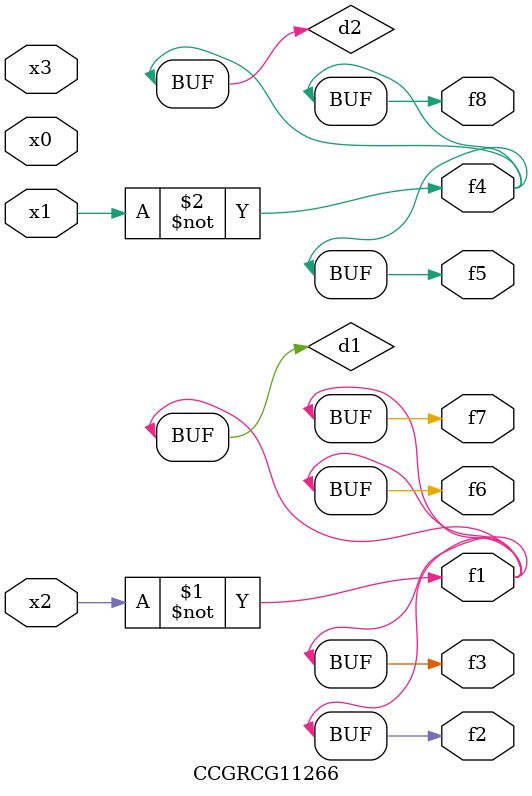
<source format=v>
module CCGRCG11266(
	input x0, x1, x2, x3,
	output f1, f2, f3, f4, f5, f6, f7, f8
);

	wire d1, d2;

	xnor (d1, x2);
	not (d2, x1);
	assign f1 = d1;
	assign f2 = d1;
	assign f3 = d1;
	assign f4 = d2;
	assign f5 = d2;
	assign f6 = d1;
	assign f7 = d1;
	assign f8 = d2;
endmodule

</source>
